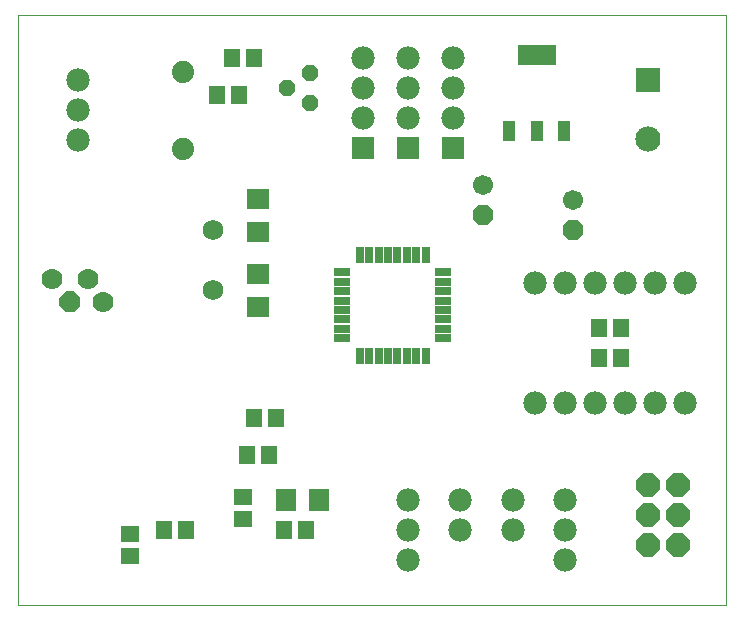
<source format=gbs>
G75*
%MOIN*%
%OFA0B0*%
%FSLAX25Y25*%
%IPPOS*%
%LPD*%
%AMOC8*
5,1,8,0,0,1.08239X$1,22.5*
%
%ADD10C,0.00000*%
%ADD11R,0.08400X0.08400*%
%ADD12C,0.08400*%
%ADD13R,0.03900X0.06800*%
%ADD14R,0.12900X0.06800*%
%ADD15C,0.07800*%
%ADD16C,0.07400*%
%ADD17R,0.07800X0.07800*%
%ADD18R,0.06306X0.05518*%
%ADD19C,0.06900*%
%ADD20R,0.05400X0.02600*%
%ADD21R,0.02600X0.05400*%
%ADD22R,0.07487X0.06699*%
%ADD23OC8,0.07800*%
%ADD24R,0.05518X0.06306*%
%ADD25R,0.06699X0.07487*%
%ADD26OC8,0.05600*%
%ADD27OC8,0.06700*%
%ADD28C,0.06700*%
%ADD29C,0.07000*%
%ADD30OC8,0.07000*%
D10*
X0001000Y0029795D02*
X0001000Y0226645D01*
X0237220Y0226645D01*
X0237220Y0029795D01*
X0001000Y0029795D01*
D11*
X0211000Y0204795D03*
D12*
X0211000Y0185110D03*
D13*
X0183093Y0187996D03*
X0173993Y0187996D03*
X0164893Y0187996D03*
D14*
X0173993Y0213196D03*
D15*
X0146000Y0212295D03*
X0146000Y0202295D03*
X0146000Y0192295D03*
X0131000Y0192295D03*
X0131000Y0202295D03*
X0131000Y0212295D03*
X0116000Y0212295D03*
X0116000Y0202295D03*
X0116000Y0192295D03*
X0173500Y0137295D03*
X0183500Y0137295D03*
X0193500Y0137295D03*
X0203500Y0137295D03*
X0213500Y0137295D03*
X0223500Y0137295D03*
X0223500Y0097295D03*
X0213500Y0097295D03*
X0203500Y0097295D03*
X0193500Y0097295D03*
X0183500Y0097295D03*
X0173500Y0097295D03*
X0166000Y0064795D03*
X0166000Y0054795D03*
X0148500Y0054795D03*
X0148500Y0064795D03*
X0131000Y0064795D03*
X0131000Y0054795D03*
X0131000Y0044795D03*
X0183500Y0044795D03*
X0183500Y0054795D03*
X0183500Y0064795D03*
X0021000Y0184795D03*
X0021000Y0194795D03*
X0021000Y0204795D03*
D16*
X0056000Y0207590D03*
X0056000Y0182000D03*
D17*
X0116000Y0182295D03*
X0131000Y0182295D03*
X0146000Y0182295D03*
D18*
X0076000Y0066035D03*
X0076000Y0058555D03*
X0038500Y0053535D03*
X0038500Y0046055D03*
D19*
X0066000Y0134795D03*
X0066000Y0154795D03*
D20*
X0109100Y0140819D03*
X0109100Y0137669D03*
X0109100Y0134519D03*
X0109100Y0131370D03*
X0109100Y0128220D03*
X0109100Y0125071D03*
X0109100Y0121921D03*
X0109100Y0118771D03*
X0142900Y0118771D03*
X0142900Y0121921D03*
X0142900Y0125071D03*
X0142900Y0128220D03*
X0142900Y0131370D03*
X0142900Y0134519D03*
X0142900Y0137669D03*
X0142900Y0140819D03*
D21*
X0137024Y0146695D03*
X0133874Y0146695D03*
X0130724Y0146695D03*
X0127575Y0146695D03*
X0124425Y0146695D03*
X0121276Y0146695D03*
X0118126Y0146695D03*
X0114976Y0146695D03*
X0114976Y0112895D03*
X0118126Y0112895D03*
X0121276Y0112895D03*
X0124425Y0112895D03*
X0127575Y0112895D03*
X0130724Y0112895D03*
X0133874Y0112895D03*
X0137024Y0112895D03*
D22*
X0081000Y0129283D03*
X0081000Y0140307D03*
X0081000Y0154283D03*
X0081000Y0165307D03*
D23*
X0211000Y0069795D03*
X0211000Y0059795D03*
X0221000Y0059795D03*
X0221000Y0069795D03*
X0221000Y0049795D03*
X0211000Y0049795D03*
D24*
X0202240Y0112295D03*
X0194760Y0112295D03*
X0194760Y0122295D03*
X0202240Y0122295D03*
X0097240Y0054795D03*
X0089760Y0054795D03*
X0084740Y0079795D03*
X0077260Y0079795D03*
X0079760Y0092295D03*
X0087240Y0092295D03*
X0057240Y0054795D03*
X0049760Y0054795D03*
X0067260Y0199795D03*
X0074740Y0199795D03*
X0072260Y0212295D03*
X0079740Y0212295D03*
D25*
X0090488Y0064795D03*
X0101512Y0064795D03*
D26*
X0098351Y0197237D03*
X0090851Y0202237D03*
X0098351Y0207237D03*
D27*
X0156000Y0159795D03*
X0186000Y0154795D03*
D28*
X0186000Y0164795D03*
X0156000Y0169795D03*
D29*
X0029500Y0130982D03*
X0024500Y0138608D03*
X0012500Y0138608D03*
D30*
X0018500Y0130982D03*
M02*

</source>
